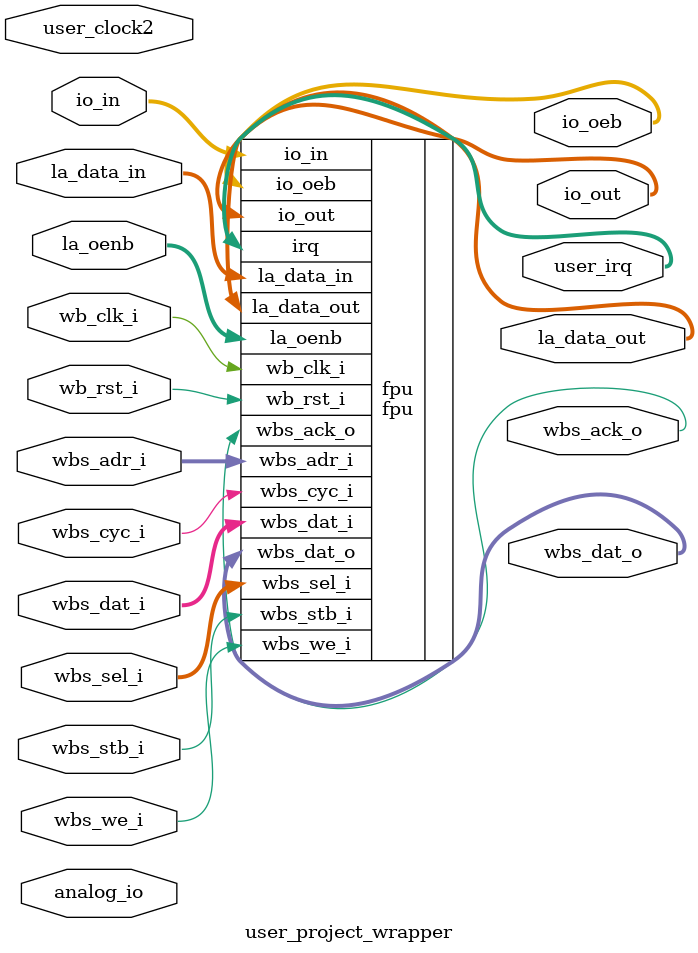
<source format=v>
module user_project_wrapper (user_clock2,
    wb_clk_i,
    wb_rst_i,
    wbs_ack_o,
    wbs_cyc_i,
    wbs_stb_i,
    wbs_we_i,
    analog_io,
    io_in,
    io_oeb,
    io_out,
    la_data_in,
    la_data_out,
    la_oenb,
    user_irq,
    wbs_adr_i,
    wbs_dat_i,
    wbs_dat_o,
    wbs_sel_i);
 input user_clock2;
 input wb_clk_i;
 input wb_rst_i;
 output wbs_ack_o;
 input wbs_cyc_i;
 input wbs_stb_i;
 input wbs_we_i;
 inout [28:0] analog_io;
 input [37:0] io_in;
 output [37:0] io_oeb;
 output [37:0] io_out;
 input [127:0] la_data_in;
 output [127:0] la_data_out;
 input [127:0] la_oenb;
 output [2:0] user_irq;
 input [31:0] wbs_adr_i;
 input [31:0] wbs_dat_i;
 output [31:0] wbs_dat_o;
 input [3:0] wbs_sel_i;


 fpu fpu (.wb_clk_i(wb_clk_i),
    .wb_rst_i(wb_rst_i),
    .wbs_ack_o(wbs_ack_o),
    .wbs_cyc_i(wbs_cyc_i),
    .wbs_stb_i(wbs_stb_i),
    .wbs_we_i(wbs_we_i),
    .io_in({io_in[37],
    io_in[36],
    io_in[35],
    io_in[34],
    io_in[33],
    io_in[32],
    io_in[31],
    io_in[30],
    io_in[29],
    io_in[28],
    io_in[27],
    io_in[26],
    io_in[25],
    io_in[24],
    io_in[23],
    io_in[22],
    io_in[21],
    io_in[20],
    io_in[19],
    io_in[18],
    io_in[17],
    io_in[16],
    io_in[15],
    io_in[14],
    io_in[13],
    io_in[12],
    io_in[11],
    io_in[10],
    io_in[9],
    io_in[8],
    io_in[7],
    io_in[6],
    io_in[5],
    io_in[4],
    io_in[3],
    io_in[2],
    io_in[1],
    io_in[0]}),
    .io_oeb({io_oeb[37],
    io_oeb[36],
    io_oeb[35],
    io_oeb[34],
    io_oeb[33],
    io_oeb[32],
    io_oeb[31],
    io_oeb[30],
    io_oeb[29],
    io_oeb[28],
    io_oeb[27],
    io_oeb[26],
    io_oeb[25],
    io_oeb[24],
    io_oeb[23],
    io_oeb[22],
    io_oeb[21],
    io_oeb[20],
    io_oeb[19],
    io_oeb[18],
    io_oeb[17],
    io_oeb[16],
    io_oeb[15],
    io_oeb[14],
    io_oeb[13],
    io_oeb[12],
    io_oeb[11],
    io_oeb[10],
    io_oeb[9],
    io_oeb[8],
    io_oeb[7],
    io_oeb[6],
    io_oeb[5],
    io_oeb[4],
    io_oeb[3],
    io_oeb[2],
    io_oeb[1],
    io_oeb[0]}),
    .io_out({io_out[37],
    io_out[36],
    io_out[35],
    io_out[34],
    io_out[33],
    io_out[32],
    io_out[31],
    io_out[30],
    io_out[29],
    io_out[28],
    io_out[27],
    io_out[26],
    io_out[25],
    io_out[24],
    io_out[23],
    io_out[22],
    io_out[21],
    io_out[20],
    io_out[19],
    io_out[18],
    io_out[17],
    io_out[16],
    io_out[15],
    io_out[14],
    io_out[13],
    io_out[12],
    io_out[11],
    io_out[10],
    io_out[9],
    io_out[8],
    io_out[7],
    io_out[6],
    io_out[5],
    io_out[4],
    io_out[3],
    io_out[2],
    io_out[1],
    io_out[0]}),
    .irq({user_irq[2],
    user_irq[1],
    user_irq[0]}),
    .la_data_in({la_data_in[127],
    la_data_in[126],
    la_data_in[125],
    la_data_in[124],
    la_data_in[123],
    la_data_in[122],
    la_data_in[121],
    la_data_in[120],
    la_data_in[119],
    la_data_in[118],
    la_data_in[117],
    la_data_in[116],
    la_data_in[115],
    la_data_in[114],
    la_data_in[113],
    la_data_in[112],
    la_data_in[111],
    la_data_in[110],
    la_data_in[109],
    la_data_in[108],
    la_data_in[107],
    la_data_in[106],
    la_data_in[105],
    la_data_in[104],
    la_data_in[103],
    la_data_in[102],
    la_data_in[101],
    la_data_in[100],
    la_data_in[99],
    la_data_in[98],
    la_data_in[97],
    la_data_in[96],
    la_data_in[95],
    la_data_in[94],
    la_data_in[93],
    la_data_in[92],
    la_data_in[91],
    la_data_in[90],
    la_data_in[89],
    la_data_in[88],
    la_data_in[87],
    la_data_in[86],
    la_data_in[85],
    la_data_in[84],
    la_data_in[83],
    la_data_in[82],
    la_data_in[81],
    la_data_in[80],
    la_data_in[79],
    la_data_in[78],
    la_data_in[77],
    la_data_in[76],
    la_data_in[75],
    la_data_in[74],
    la_data_in[73],
    la_data_in[72],
    la_data_in[71],
    la_data_in[70],
    la_data_in[69],
    la_data_in[68],
    la_data_in[67],
    la_data_in[66],
    la_data_in[65],
    la_data_in[64],
    la_data_in[63],
    la_data_in[62],
    la_data_in[61],
    la_data_in[60],
    la_data_in[59],
    la_data_in[58],
    la_data_in[57],
    la_data_in[56],
    la_data_in[55],
    la_data_in[54],
    la_data_in[53],
    la_data_in[52],
    la_data_in[51],
    la_data_in[50],
    la_data_in[49],
    la_data_in[48],
    la_data_in[47],
    la_data_in[46],
    la_data_in[45],
    la_data_in[44],
    la_data_in[43],
    la_data_in[42],
    la_data_in[41],
    la_data_in[40],
    la_data_in[39],
    la_data_in[38],
    la_data_in[37],
    la_data_in[36],
    la_data_in[35],
    la_data_in[34],
    la_data_in[33],
    la_data_in[32],
    la_data_in[31],
    la_data_in[30],
    la_data_in[29],
    la_data_in[28],
    la_data_in[27],
    la_data_in[26],
    la_data_in[25],
    la_data_in[24],
    la_data_in[23],
    la_data_in[22],
    la_data_in[21],
    la_data_in[20],
    la_data_in[19],
    la_data_in[18],
    la_data_in[17],
    la_data_in[16],
    la_data_in[15],
    la_data_in[14],
    la_data_in[13],
    la_data_in[12],
    la_data_in[11],
    la_data_in[10],
    la_data_in[9],
    la_data_in[8],
    la_data_in[7],
    la_data_in[6],
    la_data_in[5],
    la_data_in[4],
    la_data_in[3],
    la_data_in[2],
    la_data_in[1],
    la_data_in[0]}),
    .la_data_out({la_data_out[127],
    la_data_out[126],
    la_data_out[125],
    la_data_out[124],
    la_data_out[123],
    la_data_out[122],
    la_data_out[121],
    la_data_out[120],
    la_data_out[119],
    la_data_out[118],
    la_data_out[117],
    la_data_out[116],
    la_data_out[115],
    la_data_out[114],
    la_data_out[113],
    la_data_out[112],
    la_data_out[111],
    la_data_out[110],
    la_data_out[109],
    la_data_out[108],
    la_data_out[107],
    la_data_out[106],
    la_data_out[105],
    la_data_out[104],
    la_data_out[103],
    la_data_out[102],
    la_data_out[101],
    la_data_out[100],
    la_data_out[99],
    la_data_out[98],
    la_data_out[97],
    la_data_out[96],
    la_data_out[95],
    la_data_out[94],
    la_data_out[93],
    la_data_out[92],
    la_data_out[91],
    la_data_out[90],
    la_data_out[89],
    la_data_out[88],
    la_data_out[87],
    la_data_out[86],
    la_data_out[85],
    la_data_out[84],
    la_data_out[83],
    la_data_out[82],
    la_data_out[81],
    la_data_out[80],
    la_data_out[79],
    la_data_out[78],
    la_data_out[77],
    la_data_out[76],
    la_data_out[75],
    la_data_out[74],
    la_data_out[73],
    la_data_out[72],
    la_data_out[71],
    la_data_out[70],
    la_data_out[69],
    la_data_out[68],
    la_data_out[67],
    la_data_out[66],
    la_data_out[65],
    la_data_out[64],
    la_data_out[63],
    la_data_out[62],
    la_data_out[61],
    la_data_out[60],
    la_data_out[59],
    la_data_out[58],
    la_data_out[57],
    la_data_out[56],
    la_data_out[55],
    la_data_out[54],
    la_data_out[53],
    la_data_out[52],
    la_data_out[51],
    la_data_out[50],
    la_data_out[49],
    la_data_out[48],
    la_data_out[47],
    la_data_out[46],
    la_data_out[45],
    la_data_out[44],
    la_data_out[43],
    la_data_out[42],
    la_data_out[41],
    la_data_out[40],
    la_data_out[39],
    la_data_out[38],
    la_data_out[37],
    la_data_out[36],
    la_data_out[35],
    la_data_out[34],
    la_data_out[33],
    la_data_out[32],
    la_data_out[31],
    la_data_out[30],
    la_data_out[29],
    la_data_out[28],
    la_data_out[27],
    la_data_out[26],
    la_data_out[25],
    la_data_out[24],
    la_data_out[23],
    la_data_out[22],
    la_data_out[21],
    la_data_out[20],
    la_data_out[19],
    la_data_out[18],
    la_data_out[17],
    la_data_out[16],
    la_data_out[15],
    la_data_out[14],
    la_data_out[13],
    la_data_out[12],
    la_data_out[11],
    la_data_out[10],
    la_data_out[9],
    la_data_out[8],
    la_data_out[7],
    la_data_out[6],
    la_data_out[5],
    la_data_out[4],
    la_data_out[3],
    la_data_out[2],
    la_data_out[1],
    la_data_out[0]}),
    .la_oenb({la_oenb[127],
    la_oenb[126],
    la_oenb[125],
    la_oenb[124],
    la_oenb[123],
    la_oenb[122],
    la_oenb[121],
    la_oenb[120],
    la_oenb[119],
    la_oenb[118],
    la_oenb[117],
    la_oenb[116],
    la_oenb[115],
    la_oenb[114],
    la_oenb[113],
    la_oenb[112],
    la_oenb[111],
    la_oenb[110],
    la_oenb[109],
    la_oenb[108],
    la_oenb[107],
    la_oenb[106],
    la_oenb[105],
    la_oenb[104],
    la_oenb[103],
    la_oenb[102],
    la_oenb[101],
    la_oenb[100],
    la_oenb[99],
    la_oenb[98],
    la_oenb[97],
    la_oenb[96],
    la_oenb[95],
    la_oenb[94],
    la_oenb[93],
    la_oenb[92],
    la_oenb[91],
    la_oenb[90],
    la_oenb[89],
    la_oenb[88],
    la_oenb[87],
    la_oenb[86],
    la_oenb[85],
    la_oenb[84],
    la_oenb[83],
    la_oenb[82],
    la_oenb[81],
    la_oenb[80],
    la_oenb[79],
    la_oenb[78],
    la_oenb[77],
    la_oenb[76],
    la_oenb[75],
    la_oenb[74],
    la_oenb[73],
    la_oenb[72],
    la_oenb[71],
    la_oenb[70],
    la_oenb[69],
    la_oenb[68],
    la_oenb[67],
    la_oenb[66],
    la_oenb[65],
    la_oenb[64],
    la_oenb[63],
    la_oenb[62],
    la_oenb[61],
    la_oenb[60],
    la_oenb[59],
    la_oenb[58],
    la_oenb[57],
    la_oenb[56],
    la_oenb[55],
    la_oenb[54],
    la_oenb[53],
    la_oenb[52],
    la_oenb[51],
    la_oenb[50],
    la_oenb[49],
    la_oenb[48],
    la_oenb[47],
    la_oenb[46],
    la_oenb[45],
    la_oenb[44],
    la_oenb[43],
    la_oenb[42],
    la_oenb[41],
    la_oenb[40],
    la_oenb[39],
    la_oenb[38],
    la_oenb[37],
    la_oenb[36],
    la_oenb[35],
    la_oenb[34],
    la_oenb[33],
    la_oenb[32],
    la_oenb[31],
    la_oenb[30],
    la_oenb[29],
    la_oenb[28],
    la_oenb[27],
    la_oenb[26],
    la_oenb[25],
    la_oenb[24],
    la_oenb[23],
    la_oenb[22],
    la_oenb[21],
    la_oenb[20],
    la_oenb[19],
    la_oenb[18],
    la_oenb[17],
    la_oenb[16],
    la_oenb[15],
    la_oenb[14],
    la_oenb[13],
    la_oenb[12],
    la_oenb[11],
    la_oenb[10],
    la_oenb[9],
    la_oenb[8],
    la_oenb[7],
    la_oenb[6],
    la_oenb[5],
    la_oenb[4],
    la_oenb[3],
    la_oenb[2],
    la_oenb[1],
    la_oenb[0]}),
    .wbs_adr_i({wbs_adr_i[31],
    wbs_adr_i[30],
    wbs_adr_i[29],
    wbs_adr_i[28],
    wbs_adr_i[27],
    wbs_adr_i[26],
    wbs_adr_i[25],
    wbs_adr_i[24],
    wbs_adr_i[23],
    wbs_adr_i[22],
    wbs_adr_i[21],
    wbs_adr_i[20],
    wbs_adr_i[19],
    wbs_adr_i[18],
    wbs_adr_i[17],
    wbs_adr_i[16],
    wbs_adr_i[15],
    wbs_adr_i[14],
    wbs_adr_i[13],
    wbs_adr_i[12],
    wbs_adr_i[11],
    wbs_adr_i[10],
    wbs_adr_i[9],
    wbs_adr_i[8],
    wbs_adr_i[7],
    wbs_adr_i[6],
    wbs_adr_i[5],
    wbs_adr_i[4],
    wbs_adr_i[3],
    wbs_adr_i[2],
    wbs_adr_i[1],
    wbs_adr_i[0]}),
    .wbs_dat_i({wbs_dat_i[31],
    wbs_dat_i[30],
    wbs_dat_i[29],
    wbs_dat_i[28],
    wbs_dat_i[27],
    wbs_dat_i[26],
    wbs_dat_i[25],
    wbs_dat_i[24],
    wbs_dat_i[23],
    wbs_dat_i[22],
    wbs_dat_i[21],
    wbs_dat_i[20],
    wbs_dat_i[19],
    wbs_dat_i[18],
    wbs_dat_i[17],
    wbs_dat_i[16],
    wbs_dat_i[15],
    wbs_dat_i[14],
    wbs_dat_i[13],
    wbs_dat_i[12],
    wbs_dat_i[11],
    wbs_dat_i[10],
    wbs_dat_i[9],
    wbs_dat_i[8],
    wbs_dat_i[7],
    wbs_dat_i[6],
    wbs_dat_i[5],
    wbs_dat_i[4],
    wbs_dat_i[3],
    wbs_dat_i[2],
    wbs_dat_i[1],
    wbs_dat_i[0]}),
    .wbs_dat_o({wbs_dat_o[31],
    wbs_dat_o[30],
    wbs_dat_o[29],
    wbs_dat_o[28],
    wbs_dat_o[27],
    wbs_dat_o[26],
    wbs_dat_o[25],
    wbs_dat_o[24],
    wbs_dat_o[23],
    wbs_dat_o[22],
    wbs_dat_o[21],
    wbs_dat_o[20],
    wbs_dat_o[19],
    wbs_dat_o[18],
    wbs_dat_o[17],
    wbs_dat_o[16],
    wbs_dat_o[15],
    wbs_dat_o[14],
    wbs_dat_o[13],
    wbs_dat_o[12],
    wbs_dat_o[11],
    wbs_dat_o[10],
    wbs_dat_o[9],
    wbs_dat_o[8],
    wbs_dat_o[7],
    wbs_dat_o[6],
    wbs_dat_o[5],
    wbs_dat_o[4],
    wbs_dat_o[3],
    wbs_dat_o[2],
    wbs_dat_o[1],
    wbs_dat_o[0]}),
    .wbs_sel_i({wbs_sel_i[3],
    wbs_sel_i[2],
    wbs_sel_i[1],
    wbs_sel_i[0]}));
endmodule


</source>
